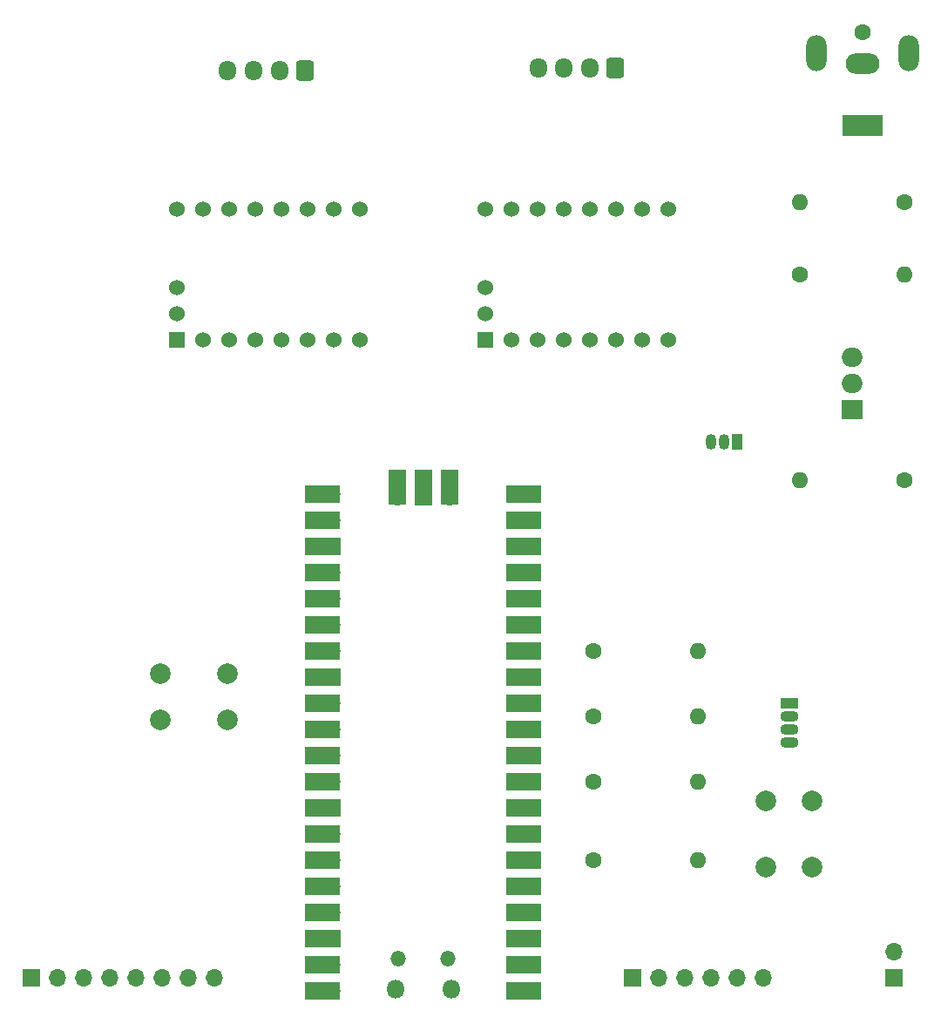
<source format=gbr>
%TF.GenerationSoftware,KiCad,Pcbnew,6.0.8-f2edbf62ab~116~ubuntu22.04.1*%
%TF.CreationDate,2022-10-12T11:28:17-04:00*%
%TF.ProjectId,can-crusher,63616e2d-6372-4757-9368-65722e6b6963,1*%
%TF.SameCoordinates,Original*%
%TF.FileFunction,Soldermask,Top*%
%TF.FilePolarity,Negative*%
%FSLAX46Y46*%
G04 Gerber Fmt 4.6, Leading zero omitted, Abs format (unit mm)*
G04 Created by KiCad (PCBNEW 6.0.8-f2edbf62ab~116~ubuntu22.04.1) date 2022-10-12 11:28:17*
%MOMM*%
%LPD*%
G01*
G04 APERTURE LIST*
G04 Aperture macros list*
%AMRoundRect*
0 Rectangle with rounded corners*
0 $1 Rounding radius*
0 $2 $3 $4 $5 $6 $7 $8 $9 X,Y pos of 4 corners*
0 Add a 4 corners polygon primitive as box body*
4,1,4,$2,$3,$4,$5,$6,$7,$8,$9,$2,$3,0*
0 Add four circle primitives for the rounded corners*
1,1,$1+$1,$2,$3*
1,1,$1+$1,$4,$5*
1,1,$1+$1,$6,$7*
1,1,$1+$1,$8,$9*
0 Add four rect primitives between the rounded corners*
20,1,$1+$1,$2,$3,$4,$5,0*
20,1,$1+$1,$4,$5,$6,$7,0*
20,1,$1+$1,$6,$7,$8,$9,0*
20,1,$1+$1,$8,$9,$2,$3,0*%
G04 Aperture macros list end*
%ADD10R,1.800000X1.070000*%
%ADD11O,1.800000X1.070000*%
%ADD12R,2.000000X1.905000*%
%ADD13O,2.000000X1.905000*%
%ADD14C,1.600000*%
%ADD15O,1.600000X1.600000*%
%ADD16RoundRect,0.250000X0.600000X0.725000X-0.600000X0.725000X-0.600000X-0.725000X0.600000X-0.725000X0*%
%ADD17O,1.700000X1.950000*%
%ADD18R,1.524000X1.524000*%
%ADD19C,1.524000*%
%ADD20R,1.050000X1.500000*%
%ADD21O,1.050000X1.500000*%
%ADD22R,1.700000X1.700000*%
%ADD23O,1.700000X1.700000*%
%ADD24C,2.000000*%
%ADD25O,1.800000X1.800000*%
%ADD26O,1.500000X1.500000*%
%ADD27R,3.500000X1.700000*%
%ADD28R,1.700000X3.500000*%
%ADD29R,4.000000X2.000000*%
%ADD30O,3.300000X2.000000*%
%ADD31O,2.000000X3.500000*%
G04 APERTURE END LIST*
D10*
%TO.C,D1*%
X182880000Y-120650000D03*
D11*
X182880000Y-121920000D03*
X182880000Y-123190000D03*
X182880000Y-124460000D03*
%TD*%
D12*
%TO.C,Q1*%
X189000000Y-92080000D03*
D13*
X189000000Y-89540000D03*
X189000000Y-87000000D03*
%TD*%
D14*
%TO.C,R1*%
X163830000Y-135890000D03*
D15*
X173990000Y-135890000D03*
%TD*%
D14*
%TO.C,R5*%
X194080000Y-72000000D03*
D15*
X183920000Y-72000000D03*
%TD*%
D16*
%TO.C,J1*%
X166000000Y-58945000D03*
D17*
X163500000Y-58945000D03*
X161000000Y-58945000D03*
X158500000Y-58945000D03*
%TD*%
D18*
%TO.C,U1*%
X153362500Y-85350000D03*
D19*
X155902500Y-85350000D03*
X158442500Y-85350000D03*
X160982500Y-85350000D03*
X163522500Y-85350000D03*
X166062500Y-85350000D03*
X168602500Y-85350000D03*
X171142500Y-85350000D03*
X171142500Y-72650000D03*
X168602500Y-72650000D03*
X166062500Y-72650000D03*
X163522500Y-72650000D03*
X160982500Y-72650000D03*
X158442500Y-72650000D03*
X155902500Y-72650000D03*
X153362500Y-72650000D03*
X153362500Y-80270000D03*
X153362500Y-82810000D03*
%TD*%
D14*
%TO.C,R4*%
X163830000Y-115570000D03*
D15*
X173990000Y-115570000D03*
%TD*%
D20*
%TO.C,Q2*%
X177800000Y-95250000D03*
D21*
X176530000Y-95250000D03*
X175260000Y-95250000D03*
%TD*%
D14*
%TO.C,R3*%
X163830000Y-121920000D03*
D15*
X173990000Y-121920000D03*
%TD*%
D14*
%TO.C,R7*%
X183920000Y-79000000D03*
D15*
X194080000Y-79000000D03*
%TD*%
D22*
%TO.C,J2*%
X167640000Y-147320000D03*
D23*
X170180000Y-147320000D03*
X172720000Y-147320000D03*
X175260000Y-147320000D03*
X177800000Y-147320000D03*
X180340000Y-147320000D03*
%TD*%
D24*
%TO.C,SW2*%
X185130000Y-136600000D03*
X185130000Y-130100000D03*
X180630000Y-136600000D03*
X180630000Y-130100000D03*
%TD*%
D14*
%TO.C,R2*%
X163830000Y-128270000D03*
D15*
X173990000Y-128270000D03*
%TD*%
D22*
%TO.C,J6*%
X109220000Y-147320000D03*
D23*
X111760000Y-147320000D03*
X114300000Y-147320000D03*
X116840000Y-147320000D03*
X119380000Y-147320000D03*
X121920000Y-147320000D03*
X124460000Y-147320000D03*
X127000000Y-147320000D03*
%TD*%
D25*
%TO.C,U2*%
X150045000Y-148460000D03*
D26*
X149745000Y-145430000D03*
D25*
X144595000Y-148460000D03*
D26*
X144895000Y-145430000D03*
D23*
X156210000Y-148590000D03*
D27*
X157110000Y-148590000D03*
X157110000Y-146050000D03*
D23*
X156210000Y-146050000D03*
D27*
X157110000Y-143510000D03*
D22*
X156210000Y-143510000D03*
D27*
X157110000Y-140970000D03*
D23*
X156210000Y-140970000D03*
X156210000Y-138430000D03*
D27*
X157110000Y-138430000D03*
X157110000Y-135890000D03*
D23*
X156210000Y-135890000D03*
D27*
X157110000Y-133350000D03*
D23*
X156210000Y-133350000D03*
D27*
X157110000Y-130810000D03*
D22*
X156210000Y-130810000D03*
D27*
X157110000Y-128270000D03*
D23*
X156210000Y-128270000D03*
D27*
X157110000Y-125730000D03*
D23*
X156210000Y-125730000D03*
X156210000Y-123190000D03*
D27*
X157110000Y-123190000D03*
D23*
X156210000Y-120650000D03*
D27*
X157110000Y-120650000D03*
D22*
X156210000Y-118110000D03*
D27*
X157110000Y-118110000D03*
X157110000Y-115570000D03*
D23*
X156210000Y-115570000D03*
X156210000Y-113030000D03*
D27*
X157110000Y-113030000D03*
X157110000Y-110490000D03*
D23*
X156210000Y-110490000D03*
D27*
X157110000Y-107950000D03*
D23*
X156210000Y-107950000D03*
D27*
X157110000Y-105410000D03*
D22*
X156210000Y-105410000D03*
D27*
X157110000Y-102870000D03*
D23*
X156210000Y-102870000D03*
D27*
X157110000Y-100330000D03*
D23*
X156210000Y-100330000D03*
X138430000Y-100330000D03*
D27*
X137530000Y-100330000D03*
D23*
X138430000Y-102870000D03*
D27*
X137530000Y-102870000D03*
D22*
X138430000Y-105410000D03*
D27*
X137530000Y-105410000D03*
X137530000Y-107950000D03*
D23*
X138430000Y-107950000D03*
D27*
X137530000Y-110490000D03*
D23*
X138430000Y-110490000D03*
X138430000Y-113030000D03*
D27*
X137530000Y-113030000D03*
X137530000Y-115570000D03*
D23*
X138430000Y-115570000D03*
D22*
X138430000Y-118110000D03*
D27*
X137530000Y-118110000D03*
D23*
X138430000Y-120650000D03*
D27*
X137530000Y-120650000D03*
X137530000Y-123190000D03*
D23*
X138430000Y-123190000D03*
X138430000Y-125730000D03*
D27*
X137530000Y-125730000D03*
X137530000Y-128270000D03*
D23*
X138430000Y-128270000D03*
D22*
X138430000Y-130810000D03*
D27*
X137530000Y-130810000D03*
D23*
X138430000Y-133350000D03*
D27*
X137530000Y-133350000D03*
D23*
X138430000Y-135890000D03*
D27*
X137530000Y-135890000D03*
D23*
X138430000Y-138430000D03*
D27*
X137530000Y-138430000D03*
D23*
X138430000Y-140970000D03*
D27*
X137530000Y-140970000D03*
X137530000Y-143510000D03*
D22*
X138430000Y-143510000D03*
D27*
X137530000Y-146050000D03*
D23*
X138430000Y-146050000D03*
D27*
X137530000Y-148590000D03*
D23*
X138430000Y-148590000D03*
X149860000Y-100560000D03*
D28*
X149860000Y-99660000D03*
X147320000Y-99660000D03*
D22*
X147320000Y-100560000D03*
D23*
X144780000Y-100560000D03*
D28*
X144780000Y-99660000D03*
%TD*%
D14*
%TO.C,J5*%
X190000000Y-55500000D03*
D29*
X190000000Y-64500000D03*
D30*
X190000000Y-58500000D03*
D31*
X194500000Y-57500000D03*
X185500000Y-57500000D03*
%TD*%
D14*
%TO.C,R6*%
X194080000Y-99000000D03*
D15*
X183920000Y-99000000D03*
%TD*%
D16*
%TO.C,J4*%
X135830000Y-59199000D03*
D17*
X133330000Y-59199000D03*
X130830000Y-59199000D03*
X128330000Y-59199000D03*
%TD*%
D18*
%TO.C,U3*%
X123362500Y-85350000D03*
D19*
X125902500Y-85350000D03*
X128442500Y-85350000D03*
X130982500Y-85350000D03*
X133522500Y-85350000D03*
X136062500Y-85350000D03*
X138602500Y-85350000D03*
X141142500Y-85350000D03*
X141142500Y-72650000D03*
X138602500Y-72650000D03*
X136062500Y-72650000D03*
X133522500Y-72650000D03*
X130982500Y-72650000D03*
X128442500Y-72650000D03*
X125902500Y-72650000D03*
X123362500Y-72650000D03*
X123362500Y-80270000D03*
X123362500Y-82810000D03*
%TD*%
D24*
%TO.C,SW1*%
X121750000Y-117750000D03*
X128250000Y-117750000D03*
X121750000Y-122250000D03*
X128250000Y-122250000D03*
%TD*%
D22*
%TO.C,J3*%
X193040000Y-147320000D03*
D23*
X193040000Y-144780000D03*
%TD*%
M02*

</source>
